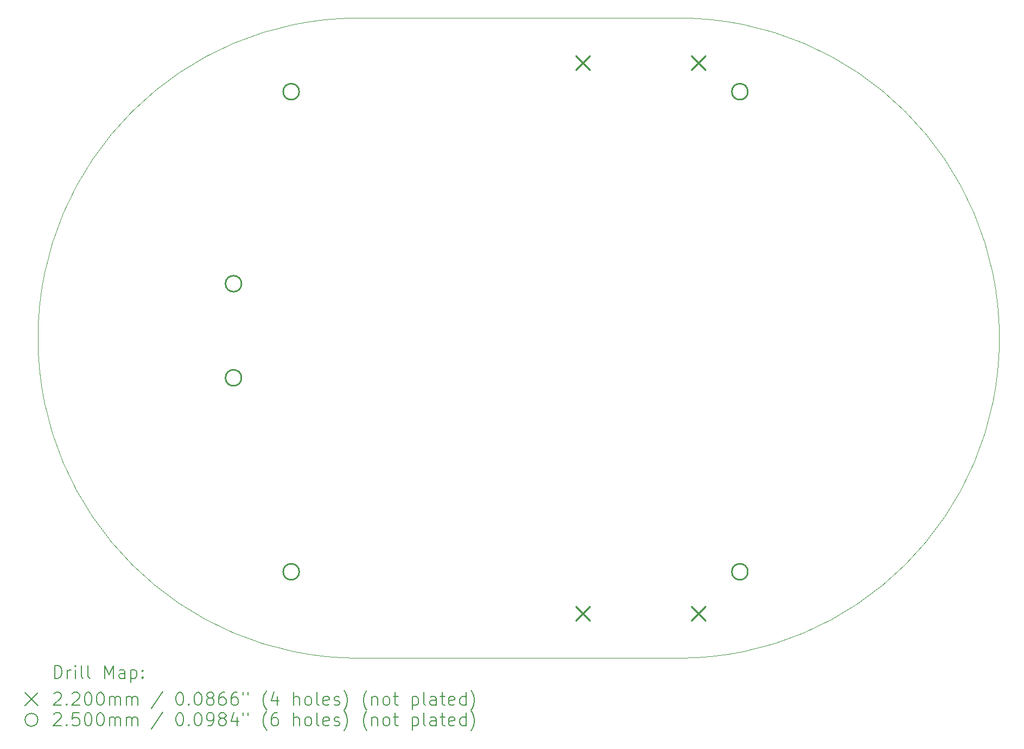
<source format=gbr>
%TF.GenerationSoftware,KiCad,Pcbnew,8.0.1*%
%TF.CreationDate,2024-08-22T21:07:08+03:00*%
%TF.ProjectId,Maze_kiCad,4d617a65-5f6b-4694-9361-642e6b696361,rev?*%
%TF.SameCoordinates,Original*%
%TF.FileFunction,Drillmap*%
%TF.FilePolarity,Positive*%
%FSLAX45Y45*%
G04 Gerber Fmt 4.5, Leading zero omitted, Abs format (unit mm)*
G04 Created by KiCad (PCBNEW 8.0.1) date 2024-08-22 21:07:08*
%MOMM*%
%LPD*%
G01*
G04 APERTURE LIST*
%ADD10C,0.050000*%
%ADD11C,0.200000*%
%ADD12C,0.220000*%
%ADD13C,0.250000*%
G04 APERTURE END LIST*
D10*
X21050000Y-9850000D02*
G75*
G02*
X16050000Y-14850000I-5000000J0D01*
G01*
X6050000Y-9850000D02*
G75*
G02*
X11050000Y-4850000I5000000J0D01*
G01*
X11050000Y-14850000D02*
G75*
G02*
X6050000Y-9850000I0J5000000D01*
G01*
X11050000Y-4850000D02*
X16050000Y-4850000D01*
X11050000Y-14850000D02*
X16050000Y-14850000D01*
X16050000Y-4850000D02*
G75*
G02*
X21050000Y-9850000I0J-5000000D01*
G01*
D11*
D12*
X14440000Y-5440000D02*
X14660000Y-5660000D01*
X14660000Y-5440000D02*
X14440000Y-5660000D01*
X14440000Y-14040000D02*
X14660000Y-14260000D01*
X14660000Y-14040000D02*
X14440000Y-14260000D01*
X16240000Y-5440000D02*
X16460000Y-5660000D01*
X16460000Y-5440000D02*
X16240000Y-5660000D01*
X16240000Y-14040000D02*
X16460000Y-14260000D01*
X16460000Y-14040000D02*
X16240000Y-14260000D01*
D13*
X9225000Y-9000000D02*
G75*
G02*
X8975000Y-9000000I-125000J0D01*
G01*
X8975000Y-9000000D02*
G75*
G02*
X9225000Y-9000000I125000J0D01*
G01*
X9225000Y-10470000D02*
G75*
G02*
X8975000Y-10470000I-125000J0D01*
G01*
X8975000Y-10470000D02*
G75*
G02*
X9225000Y-10470000I125000J0D01*
G01*
X10125000Y-6000000D02*
G75*
G02*
X9875000Y-6000000I-125000J0D01*
G01*
X9875000Y-6000000D02*
G75*
G02*
X10125000Y-6000000I125000J0D01*
G01*
X10125000Y-13500000D02*
G75*
G02*
X9875000Y-13500000I-125000J0D01*
G01*
X9875000Y-13500000D02*
G75*
G02*
X10125000Y-13500000I125000J0D01*
G01*
X17125000Y-6000000D02*
G75*
G02*
X16875000Y-6000000I-125000J0D01*
G01*
X16875000Y-6000000D02*
G75*
G02*
X17125000Y-6000000I125000J0D01*
G01*
X17125000Y-13500000D02*
G75*
G02*
X16875000Y-13500000I-125000J0D01*
G01*
X16875000Y-13500000D02*
G75*
G02*
X17125000Y-13500000I125000J0D01*
G01*
D11*
X6308277Y-15163984D02*
X6308277Y-14963984D01*
X6308277Y-14963984D02*
X6355896Y-14963984D01*
X6355896Y-14963984D02*
X6384467Y-14973508D01*
X6384467Y-14973508D02*
X6403515Y-14992555D01*
X6403515Y-14992555D02*
X6413039Y-15011603D01*
X6413039Y-15011603D02*
X6422562Y-15049698D01*
X6422562Y-15049698D02*
X6422562Y-15078269D01*
X6422562Y-15078269D02*
X6413039Y-15116365D01*
X6413039Y-15116365D02*
X6403515Y-15135412D01*
X6403515Y-15135412D02*
X6384467Y-15154460D01*
X6384467Y-15154460D02*
X6355896Y-15163984D01*
X6355896Y-15163984D02*
X6308277Y-15163984D01*
X6508277Y-15163984D02*
X6508277Y-15030650D01*
X6508277Y-15068746D02*
X6517801Y-15049698D01*
X6517801Y-15049698D02*
X6527324Y-15040174D01*
X6527324Y-15040174D02*
X6546372Y-15030650D01*
X6546372Y-15030650D02*
X6565420Y-15030650D01*
X6632086Y-15163984D02*
X6632086Y-15030650D01*
X6632086Y-14963984D02*
X6622562Y-14973508D01*
X6622562Y-14973508D02*
X6632086Y-14983031D01*
X6632086Y-14983031D02*
X6641610Y-14973508D01*
X6641610Y-14973508D02*
X6632086Y-14963984D01*
X6632086Y-14963984D02*
X6632086Y-14983031D01*
X6755896Y-15163984D02*
X6736848Y-15154460D01*
X6736848Y-15154460D02*
X6727324Y-15135412D01*
X6727324Y-15135412D02*
X6727324Y-14963984D01*
X6860658Y-15163984D02*
X6841610Y-15154460D01*
X6841610Y-15154460D02*
X6832086Y-15135412D01*
X6832086Y-15135412D02*
X6832086Y-14963984D01*
X7089229Y-15163984D02*
X7089229Y-14963984D01*
X7089229Y-14963984D02*
X7155896Y-15106841D01*
X7155896Y-15106841D02*
X7222562Y-14963984D01*
X7222562Y-14963984D02*
X7222562Y-15163984D01*
X7403515Y-15163984D02*
X7403515Y-15059222D01*
X7403515Y-15059222D02*
X7393991Y-15040174D01*
X7393991Y-15040174D02*
X7374943Y-15030650D01*
X7374943Y-15030650D02*
X7336848Y-15030650D01*
X7336848Y-15030650D02*
X7317801Y-15040174D01*
X7403515Y-15154460D02*
X7384467Y-15163984D01*
X7384467Y-15163984D02*
X7336848Y-15163984D01*
X7336848Y-15163984D02*
X7317801Y-15154460D01*
X7317801Y-15154460D02*
X7308277Y-15135412D01*
X7308277Y-15135412D02*
X7308277Y-15116365D01*
X7308277Y-15116365D02*
X7317801Y-15097317D01*
X7317801Y-15097317D02*
X7336848Y-15087793D01*
X7336848Y-15087793D02*
X7384467Y-15087793D01*
X7384467Y-15087793D02*
X7403515Y-15078269D01*
X7498753Y-15030650D02*
X7498753Y-15230650D01*
X7498753Y-15040174D02*
X7517801Y-15030650D01*
X7517801Y-15030650D02*
X7555896Y-15030650D01*
X7555896Y-15030650D02*
X7574943Y-15040174D01*
X7574943Y-15040174D02*
X7584467Y-15049698D01*
X7584467Y-15049698D02*
X7593991Y-15068746D01*
X7593991Y-15068746D02*
X7593991Y-15125888D01*
X7593991Y-15125888D02*
X7584467Y-15144936D01*
X7584467Y-15144936D02*
X7574943Y-15154460D01*
X7574943Y-15154460D02*
X7555896Y-15163984D01*
X7555896Y-15163984D02*
X7517801Y-15163984D01*
X7517801Y-15163984D02*
X7498753Y-15154460D01*
X7679705Y-15144936D02*
X7689229Y-15154460D01*
X7689229Y-15154460D02*
X7679705Y-15163984D01*
X7679705Y-15163984D02*
X7670182Y-15154460D01*
X7670182Y-15154460D02*
X7679705Y-15144936D01*
X7679705Y-15144936D02*
X7679705Y-15163984D01*
X7679705Y-15040174D02*
X7689229Y-15049698D01*
X7689229Y-15049698D02*
X7679705Y-15059222D01*
X7679705Y-15059222D02*
X7670182Y-15049698D01*
X7670182Y-15049698D02*
X7679705Y-15040174D01*
X7679705Y-15040174D02*
X7679705Y-15059222D01*
X5847500Y-15392500D02*
X6047500Y-15592500D01*
X6047500Y-15392500D02*
X5847500Y-15592500D01*
X6298753Y-15403031D02*
X6308277Y-15393508D01*
X6308277Y-15393508D02*
X6327324Y-15383984D01*
X6327324Y-15383984D02*
X6374943Y-15383984D01*
X6374943Y-15383984D02*
X6393991Y-15393508D01*
X6393991Y-15393508D02*
X6403515Y-15403031D01*
X6403515Y-15403031D02*
X6413039Y-15422079D01*
X6413039Y-15422079D02*
X6413039Y-15441127D01*
X6413039Y-15441127D02*
X6403515Y-15469698D01*
X6403515Y-15469698D02*
X6289229Y-15583984D01*
X6289229Y-15583984D02*
X6413039Y-15583984D01*
X6498753Y-15564936D02*
X6508277Y-15574460D01*
X6508277Y-15574460D02*
X6498753Y-15583984D01*
X6498753Y-15583984D02*
X6489229Y-15574460D01*
X6489229Y-15574460D02*
X6498753Y-15564936D01*
X6498753Y-15564936D02*
X6498753Y-15583984D01*
X6584467Y-15403031D02*
X6593991Y-15393508D01*
X6593991Y-15393508D02*
X6613039Y-15383984D01*
X6613039Y-15383984D02*
X6660658Y-15383984D01*
X6660658Y-15383984D02*
X6679705Y-15393508D01*
X6679705Y-15393508D02*
X6689229Y-15403031D01*
X6689229Y-15403031D02*
X6698753Y-15422079D01*
X6698753Y-15422079D02*
X6698753Y-15441127D01*
X6698753Y-15441127D02*
X6689229Y-15469698D01*
X6689229Y-15469698D02*
X6574943Y-15583984D01*
X6574943Y-15583984D02*
X6698753Y-15583984D01*
X6822562Y-15383984D02*
X6841610Y-15383984D01*
X6841610Y-15383984D02*
X6860658Y-15393508D01*
X6860658Y-15393508D02*
X6870182Y-15403031D01*
X6870182Y-15403031D02*
X6879705Y-15422079D01*
X6879705Y-15422079D02*
X6889229Y-15460174D01*
X6889229Y-15460174D02*
X6889229Y-15507793D01*
X6889229Y-15507793D02*
X6879705Y-15545888D01*
X6879705Y-15545888D02*
X6870182Y-15564936D01*
X6870182Y-15564936D02*
X6860658Y-15574460D01*
X6860658Y-15574460D02*
X6841610Y-15583984D01*
X6841610Y-15583984D02*
X6822562Y-15583984D01*
X6822562Y-15583984D02*
X6803515Y-15574460D01*
X6803515Y-15574460D02*
X6793991Y-15564936D01*
X6793991Y-15564936D02*
X6784467Y-15545888D01*
X6784467Y-15545888D02*
X6774943Y-15507793D01*
X6774943Y-15507793D02*
X6774943Y-15460174D01*
X6774943Y-15460174D02*
X6784467Y-15422079D01*
X6784467Y-15422079D02*
X6793991Y-15403031D01*
X6793991Y-15403031D02*
X6803515Y-15393508D01*
X6803515Y-15393508D02*
X6822562Y-15383984D01*
X7013039Y-15383984D02*
X7032086Y-15383984D01*
X7032086Y-15383984D02*
X7051134Y-15393508D01*
X7051134Y-15393508D02*
X7060658Y-15403031D01*
X7060658Y-15403031D02*
X7070182Y-15422079D01*
X7070182Y-15422079D02*
X7079705Y-15460174D01*
X7079705Y-15460174D02*
X7079705Y-15507793D01*
X7079705Y-15507793D02*
X7070182Y-15545888D01*
X7070182Y-15545888D02*
X7060658Y-15564936D01*
X7060658Y-15564936D02*
X7051134Y-15574460D01*
X7051134Y-15574460D02*
X7032086Y-15583984D01*
X7032086Y-15583984D02*
X7013039Y-15583984D01*
X7013039Y-15583984D02*
X6993991Y-15574460D01*
X6993991Y-15574460D02*
X6984467Y-15564936D01*
X6984467Y-15564936D02*
X6974943Y-15545888D01*
X6974943Y-15545888D02*
X6965420Y-15507793D01*
X6965420Y-15507793D02*
X6965420Y-15460174D01*
X6965420Y-15460174D02*
X6974943Y-15422079D01*
X6974943Y-15422079D02*
X6984467Y-15403031D01*
X6984467Y-15403031D02*
X6993991Y-15393508D01*
X6993991Y-15393508D02*
X7013039Y-15383984D01*
X7165420Y-15583984D02*
X7165420Y-15450650D01*
X7165420Y-15469698D02*
X7174943Y-15460174D01*
X7174943Y-15460174D02*
X7193991Y-15450650D01*
X7193991Y-15450650D02*
X7222563Y-15450650D01*
X7222563Y-15450650D02*
X7241610Y-15460174D01*
X7241610Y-15460174D02*
X7251134Y-15479222D01*
X7251134Y-15479222D02*
X7251134Y-15583984D01*
X7251134Y-15479222D02*
X7260658Y-15460174D01*
X7260658Y-15460174D02*
X7279705Y-15450650D01*
X7279705Y-15450650D02*
X7308277Y-15450650D01*
X7308277Y-15450650D02*
X7327324Y-15460174D01*
X7327324Y-15460174D02*
X7336848Y-15479222D01*
X7336848Y-15479222D02*
X7336848Y-15583984D01*
X7432086Y-15583984D02*
X7432086Y-15450650D01*
X7432086Y-15469698D02*
X7441610Y-15460174D01*
X7441610Y-15460174D02*
X7460658Y-15450650D01*
X7460658Y-15450650D02*
X7489229Y-15450650D01*
X7489229Y-15450650D02*
X7508277Y-15460174D01*
X7508277Y-15460174D02*
X7517801Y-15479222D01*
X7517801Y-15479222D02*
X7517801Y-15583984D01*
X7517801Y-15479222D02*
X7527324Y-15460174D01*
X7527324Y-15460174D02*
X7546372Y-15450650D01*
X7546372Y-15450650D02*
X7574943Y-15450650D01*
X7574943Y-15450650D02*
X7593991Y-15460174D01*
X7593991Y-15460174D02*
X7603515Y-15479222D01*
X7603515Y-15479222D02*
X7603515Y-15583984D01*
X7993991Y-15374460D02*
X7822563Y-15631603D01*
X8251134Y-15383984D02*
X8270182Y-15383984D01*
X8270182Y-15383984D02*
X8289229Y-15393508D01*
X8289229Y-15393508D02*
X8298753Y-15403031D01*
X8298753Y-15403031D02*
X8308277Y-15422079D01*
X8308277Y-15422079D02*
X8317801Y-15460174D01*
X8317801Y-15460174D02*
X8317801Y-15507793D01*
X8317801Y-15507793D02*
X8308277Y-15545888D01*
X8308277Y-15545888D02*
X8298753Y-15564936D01*
X8298753Y-15564936D02*
X8289229Y-15574460D01*
X8289229Y-15574460D02*
X8270182Y-15583984D01*
X8270182Y-15583984D02*
X8251134Y-15583984D01*
X8251134Y-15583984D02*
X8232086Y-15574460D01*
X8232086Y-15574460D02*
X8222563Y-15564936D01*
X8222563Y-15564936D02*
X8213039Y-15545888D01*
X8213039Y-15545888D02*
X8203515Y-15507793D01*
X8203515Y-15507793D02*
X8203515Y-15460174D01*
X8203515Y-15460174D02*
X8213039Y-15422079D01*
X8213039Y-15422079D02*
X8222563Y-15403031D01*
X8222563Y-15403031D02*
X8232086Y-15393508D01*
X8232086Y-15393508D02*
X8251134Y-15383984D01*
X8403515Y-15564936D02*
X8413039Y-15574460D01*
X8413039Y-15574460D02*
X8403515Y-15583984D01*
X8403515Y-15583984D02*
X8393991Y-15574460D01*
X8393991Y-15574460D02*
X8403515Y-15564936D01*
X8403515Y-15564936D02*
X8403515Y-15583984D01*
X8536848Y-15383984D02*
X8555896Y-15383984D01*
X8555896Y-15383984D02*
X8574944Y-15393508D01*
X8574944Y-15393508D02*
X8584468Y-15403031D01*
X8584468Y-15403031D02*
X8593991Y-15422079D01*
X8593991Y-15422079D02*
X8603515Y-15460174D01*
X8603515Y-15460174D02*
X8603515Y-15507793D01*
X8603515Y-15507793D02*
X8593991Y-15545888D01*
X8593991Y-15545888D02*
X8584468Y-15564936D01*
X8584468Y-15564936D02*
X8574944Y-15574460D01*
X8574944Y-15574460D02*
X8555896Y-15583984D01*
X8555896Y-15583984D02*
X8536848Y-15583984D01*
X8536848Y-15583984D02*
X8517801Y-15574460D01*
X8517801Y-15574460D02*
X8508277Y-15564936D01*
X8508277Y-15564936D02*
X8498753Y-15545888D01*
X8498753Y-15545888D02*
X8489229Y-15507793D01*
X8489229Y-15507793D02*
X8489229Y-15460174D01*
X8489229Y-15460174D02*
X8498753Y-15422079D01*
X8498753Y-15422079D02*
X8508277Y-15403031D01*
X8508277Y-15403031D02*
X8517801Y-15393508D01*
X8517801Y-15393508D02*
X8536848Y-15383984D01*
X8717801Y-15469698D02*
X8698753Y-15460174D01*
X8698753Y-15460174D02*
X8689229Y-15450650D01*
X8689229Y-15450650D02*
X8679706Y-15431603D01*
X8679706Y-15431603D02*
X8679706Y-15422079D01*
X8679706Y-15422079D02*
X8689229Y-15403031D01*
X8689229Y-15403031D02*
X8698753Y-15393508D01*
X8698753Y-15393508D02*
X8717801Y-15383984D01*
X8717801Y-15383984D02*
X8755896Y-15383984D01*
X8755896Y-15383984D02*
X8774944Y-15393508D01*
X8774944Y-15393508D02*
X8784468Y-15403031D01*
X8784468Y-15403031D02*
X8793991Y-15422079D01*
X8793991Y-15422079D02*
X8793991Y-15431603D01*
X8793991Y-15431603D02*
X8784468Y-15450650D01*
X8784468Y-15450650D02*
X8774944Y-15460174D01*
X8774944Y-15460174D02*
X8755896Y-15469698D01*
X8755896Y-15469698D02*
X8717801Y-15469698D01*
X8717801Y-15469698D02*
X8698753Y-15479222D01*
X8698753Y-15479222D02*
X8689229Y-15488746D01*
X8689229Y-15488746D02*
X8679706Y-15507793D01*
X8679706Y-15507793D02*
X8679706Y-15545888D01*
X8679706Y-15545888D02*
X8689229Y-15564936D01*
X8689229Y-15564936D02*
X8698753Y-15574460D01*
X8698753Y-15574460D02*
X8717801Y-15583984D01*
X8717801Y-15583984D02*
X8755896Y-15583984D01*
X8755896Y-15583984D02*
X8774944Y-15574460D01*
X8774944Y-15574460D02*
X8784468Y-15564936D01*
X8784468Y-15564936D02*
X8793991Y-15545888D01*
X8793991Y-15545888D02*
X8793991Y-15507793D01*
X8793991Y-15507793D02*
X8784468Y-15488746D01*
X8784468Y-15488746D02*
X8774944Y-15479222D01*
X8774944Y-15479222D02*
X8755896Y-15469698D01*
X8965420Y-15383984D02*
X8927325Y-15383984D01*
X8927325Y-15383984D02*
X8908277Y-15393508D01*
X8908277Y-15393508D02*
X8898753Y-15403031D01*
X8898753Y-15403031D02*
X8879706Y-15431603D01*
X8879706Y-15431603D02*
X8870182Y-15469698D01*
X8870182Y-15469698D02*
X8870182Y-15545888D01*
X8870182Y-15545888D02*
X8879706Y-15564936D01*
X8879706Y-15564936D02*
X8889229Y-15574460D01*
X8889229Y-15574460D02*
X8908277Y-15583984D01*
X8908277Y-15583984D02*
X8946372Y-15583984D01*
X8946372Y-15583984D02*
X8965420Y-15574460D01*
X8965420Y-15574460D02*
X8974944Y-15564936D01*
X8974944Y-15564936D02*
X8984468Y-15545888D01*
X8984468Y-15545888D02*
X8984468Y-15498269D01*
X8984468Y-15498269D02*
X8974944Y-15479222D01*
X8974944Y-15479222D02*
X8965420Y-15469698D01*
X8965420Y-15469698D02*
X8946372Y-15460174D01*
X8946372Y-15460174D02*
X8908277Y-15460174D01*
X8908277Y-15460174D02*
X8889229Y-15469698D01*
X8889229Y-15469698D02*
X8879706Y-15479222D01*
X8879706Y-15479222D02*
X8870182Y-15498269D01*
X9155896Y-15383984D02*
X9117801Y-15383984D01*
X9117801Y-15383984D02*
X9098753Y-15393508D01*
X9098753Y-15393508D02*
X9089229Y-15403031D01*
X9089229Y-15403031D02*
X9070182Y-15431603D01*
X9070182Y-15431603D02*
X9060658Y-15469698D01*
X9060658Y-15469698D02*
X9060658Y-15545888D01*
X9060658Y-15545888D02*
X9070182Y-15564936D01*
X9070182Y-15564936D02*
X9079706Y-15574460D01*
X9079706Y-15574460D02*
X9098753Y-15583984D01*
X9098753Y-15583984D02*
X9136849Y-15583984D01*
X9136849Y-15583984D02*
X9155896Y-15574460D01*
X9155896Y-15574460D02*
X9165420Y-15564936D01*
X9165420Y-15564936D02*
X9174944Y-15545888D01*
X9174944Y-15545888D02*
X9174944Y-15498269D01*
X9174944Y-15498269D02*
X9165420Y-15479222D01*
X9165420Y-15479222D02*
X9155896Y-15469698D01*
X9155896Y-15469698D02*
X9136849Y-15460174D01*
X9136849Y-15460174D02*
X9098753Y-15460174D01*
X9098753Y-15460174D02*
X9079706Y-15469698D01*
X9079706Y-15469698D02*
X9070182Y-15479222D01*
X9070182Y-15479222D02*
X9060658Y-15498269D01*
X9251134Y-15383984D02*
X9251134Y-15422079D01*
X9327325Y-15383984D02*
X9327325Y-15422079D01*
X9622563Y-15660174D02*
X9613039Y-15650650D01*
X9613039Y-15650650D02*
X9593991Y-15622079D01*
X9593991Y-15622079D02*
X9584468Y-15603031D01*
X9584468Y-15603031D02*
X9574944Y-15574460D01*
X9574944Y-15574460D02*
X9565420Y-15526841D01*
X9565420Y-15526841D02*
X9565420Y-15488746D01*
X9565420Y-15488746D02*
X9574944Y-15441127D01*
X9574944Y-15441127D02*
X9584468Y-15412555D01*
X9584468Y-15412555D02*
X9593991Y-15393508D01*
X9593991Y-15393508D02*
X9613039Y-15364936D01*
X9613039Y-15364936D02*
X9622563Y-15355412D01*
X9784468Y-15450650D02*
X9784468Y-15583984D01*
X9736849Y-15374460D02*
X9689230Y-15517317D01*
X9689230Y-15517317D02*
X9813039Y-15517317D01*
X10041611Y-15583984D02*
X10041611Y-15383984D01*
X10127325Y-15583984D02*
X10127325Y-15479222D01*
X10127325Y-15479222D02*
X10117801Y-15460174D01*
X10117801Y-15460174D02*
X10098753Y-15450650D01*
X10098753Y-15450650D02*
X10070182Y-15450650D01*
X10070182Y-15450650D02*
X10051134Y-15460174D01*
X10051134Y-15460174D02*
X10041611Y-15469698D01*
X10251134Y-15583984D02*
X10232087Y-15574460D01*
X10232087Y-15574460D02*
X10222563Y-15564936D01*
X10222563Y-15564936D02*
X10213039Y-15545888D01*
X10213039Y-15545888D02*
X10213039Y-15488746D01*
X10213039Y-15488746D02*
X10222563Y-15469698D01*
X10222563Y-15469698D02*
X10232087Y-15460174D01*
X10232087Y-15460174D02*
X10251134Y-15450650D01*
X10251134Y-15450650D02*
X10279706Y-15450650D01*
X10279706Y-15450650D02*
X10298753Y-15460174D01*
X10298753Y-15460174D02*
X10308277Y-15469698D01*
X10308277Y-15469698D02*
X10317801Y-15488746D01*
X10317801Y-15488746D02*
X10317801Y-15545888D01*
X10317801Y-15545888D02*
X10308277Y-15564936D01*
X10308277Y-15564936D02*
X10298753Y-15574460D01*
X10298753Y-15574460D02*
X10279706Y-15583984D01*
X10279706Y-15583984D02*
X10251134Y-15583984D01*
X10432087Y-15583984D02*
X10413039Y-15574460D01*
X10413039Y-15574460D02*
X10403515Y-15555412D01*
X10403515Y-15555412D02*
X10403515Y-15383984D01*
X10584468Y-15574460D02*
X10565420Y-15583984D01*
X10565420Y-15583984D02*
X10527325Y-15583984D01*
X10527325Y-15583984D02*
X10508277Y-15574460D01*
X10508277Y-15574460D02*
X10498753Y-15555412D01*
X10498753Y-15555412D02*
X10498753Y-15479222D01*
X10498753Y-15479222D02*
X10508277Y-15460174D01*
X10508277Y-15460174D02*
X10527325Y-15450650D01*
X10527325Y-15450650D02*
X10565420Y-15450650D01*
X10565420Y-15450650D02*
X10584468Y-15460174D01*
X10584468Y-15460174D02*
X10593992Y-15479222D01*
X10593992Y-15479222D02*
X10593992Y-15498269D01*
X10593992Y-15498269D02*
X10498753Y-15517317D01*
X10670182Y-15574460D02*
X10689230Y-15583984D01*
X10689230Y-15583984D02*
X10727325Y-15583984D01*
X10727325Y-15583984D02*
X10746373Y-15574460D01*
X10746373Y-15574460D02*
X10755896Y-15555412D01*
X10755896Y-15555412D02*
X10755896Y-15545888D01*
X10755896Y-15545888D02*
X10746373Y-15526841D01*
X10746373Y-15526841D02*
X10727325Y-15517317D01*
X10727325Y-15517317D02*
X10698753Y-15517317D01*
X10698753Y-15517317D02*
X10679706Y-15507793D01*
X10679706Y-15507793D02*
X10670182Y-15488746D01*
X10670182Y-15488746D02*
X10670182Y-15479222D01*
X10670182Y-15479222D02*
X10679706Y-15460174D01*
X10679706Y-15460174D02*
X10698753Y-15450650D01*
X10698753Y-15450650D02*
X10727325Y-15450650D01*
X10727325Y-15450650D02*
X10746373Y-15460174D01*
X10822563Y-15660174D02*
X10832087Y-15650650D01*
X10832087Y-15650650D02*
X10851134Y-15622079D01*
X10851134Y-15622079D02*
X10860658Y-15603031D01*
X10860658Y-15603031D02*
X10870182Y-15574460D01*
X10870182Y-15574460D02*
X10879706Y-15526841D01*
X10879706Y-15526841D02*
X10879706Y-15488746D01*
X10879706Y-15488746D02*
X10870182Y-15441127D01*
X10870182Y-15441127D02*
X10860658Y-15412555D01*
X10860658Y-15412555D02*
X10851134Y-15393508D01*
X10851134Y-15393508D02*
X10832087Y-15364936D01*
X10832087Y-15364936D02*
X10822563Y-15355412D01*
X11184468Y-15660174D02*
X11174944Y-15650650D01*
X11174944Y-15650650D02*
X11155896Y-15622079D01*
X11155896Y-15622079D02*
X11146373Y-15603031D01*
X11146373Y-15603031D02*
X11136849Y-15574460D01*
X11136849Y-15574460D02*
X11127325Y-15526841D01*
X11127325Y-15526841D02*
X11127325Y-15488746D01*
X11127325Y-15488746D02*
X11136849Y-15441127D01*
X11136849Y-15441127D02*
X11146373Y-15412555D01*
X11146373Y-15412555D02*
X11155896Y-15393508D01*
X11155896Y-15393508D02*
X11174944Y-15364936D01*
X11174944Y-15364936D02*
X11184468Y-15355412D01*
X11260658Y-15450650D02*
X11260658Y-15583984D01*
X11260658Y-15469698D02*
X11270182Y-15460174D01*
X11270182Y-15460174D02*
X11289230Y-15450650D01*
X11289230Y-15450650D02*
X11317801Y-15450650D01*
X11317801Y-15450650D02*
X11336849Y-15460174D01*
X11336849Y-15460174D02*
X11346372Y-15479222D01*
X11346372Y-15479222D02*
X11346372Y-15583984D01*
X11470182Y-15583984D02*
X11451134Y-15574460D01*
X11451134Y-15574460D02*
X11441611Y-15564936D01*
X11441611Y-15564936D02*
X11432087Y-15545888D01*
X11432087Y-15545888D02*
X11432087Y-15488746D01*
X11432087Y-15488746D02*
X11441611Y-15469698D01*
X11441611Y-15469698D02*
X11451134Y-15460174D01*
X11451134Y-15460174D02*
X11470182Y-15450650D01*
X11470182Y-15450650D02*
X11498753Y-15450650D01*
X11498753Y-15450650D02*
X11517801Y-15460174D01*
X11517801Y-15460174D02*
X11527325Y-15469698D01*
X11527325Y-15469698D02*
X11536849Y-15488746D01*
X11536849Y-15488746D02*
X11536849Y-15545888D01*
X11536849Y-15545888D02*
X11527325Y-15564936D01*
X11527325Y-15564936D02*
X11517801Y-15574460D01*
X11517801Y-15574460D02*
X11498753Y-15583984D01*
X11498753Y-15583984D02*
X11470182Y-15583984D01*
X11593992Y-15450650D02*
X11670182Y-15450650D01*
X11622563Y-15383984D02*
X11622563Y-15555412D01*
X11622563Y-15555412D02*
X11632087Y-15574460D01*
X11632087Y-15574460D02*
X11651134Y-15583984D01*
X11651134Y-15583984D02*
X11670182Y-15583984D01*
X11889230Y-15450650D02*
X11889230Y-15650650D01*
X11889230Y-15460174D02*
X11908277Y-15450650D01*
X11908277Y-15450650D02*
X11946373Y-15450650D01*
X11946373Y-15450650D02*
X11965420Y-15460174D01*
X11965420Y-15460174D02*
X11974944Y-15469698D01*
X11974944Y-15469698D02*
X11984468Y-15488746D01*
X11984468Y-15488746D02*
X11984468Y-15545888D01*
X11984468Y-15545888D02*
X11974944Y-15564936D01*
X11974944Y-15564936D02*
X11965420Y-15574460D01*
X11965420Y-15574460D02*
X11946373Y-15583984D01*
X11946373Y-15583984D02*
X11908277Y-15583984D01*
X11908277Y-15583984D02*
X11889230Y-15574460D01*
X12098753Y-15583984D02*
X12079706Y-15574460D01*
X12079706Y-15574460D02*
X12070182Y-15555412D01*
X12070182Y-15555412D02*
X12070182Y-15383984D01*
X12260658Y-15583984D02*
X12260658Y-15479222D01*
X12260658Y-15479222D02*
X12251134Y-15460174D01*
X12251134Y-15460174D02*
X12232087Y-15450650D01*
X12232087Y-15450650D02*
X12193992Y-15450650D01*
X12193992Y-15450650D02*
X12174944Y-15460174D01*
X12260658Y-15574460D02*
X12241611Y-15583984D01*
X12241611Y-15583984D02*
X12193992Y-15583984D01*
X12193992Y-15583984D02*
X12174944Y-15574460D01*
X12174944Y-15574460D02*
X12165420Y-15555412D01*
X12165420Y-15555412D02*
X12165420Y-15536365D01*
X12165420Y-15536365D02*
X12174944Y-15517317D01*
X12174944Y-15517317D02*
X12193992Y-15507793D01*
X12193992Y-15507793D02*
X12241611Y-15507793D01*
X12241611Y-15507793D02*
X12260658Y-15498269D01*
X12327325Y-15450650D02*
X12403515Y-15450650D01*
X12355896Y-15383984D02*
X12355896Y-15555412D01*
X12355896Y-15555412D02*
X12365420Y-15574460D01*
X12365420Y-15574460D02*
X12384468Y-15583984D01*
X12384468Y-15583984D02*
X12403515Y-15583984D01*
X12546373Y-15574460D02*
X12527325Y-15583984D01*
X12527325Y-15583984D02*
X12489230Y-15583984D01*
X12489230Y-15583984D02*
X12470182Y-15574460D01*
X12470182Y-15574460D02*
X12460658Y-15555412D01*
X12460658Y-15555412D02*
X12460658Y-15479222D01*
X12460658Y-15479222D02*
X12470182Y-15460174D01*
X12470182Y-15460174D02*
X12489230Y-15450650D01*
X12489230Y-15450650D02*
X12527325Y-15450650D01*
X12527325Y-15450650D02*
X12546373Y-15460174D01*
X12546373Y-15460174D02*
X12555896Y-15479222D01*
X12555896Y-15479222D02*
X12555896Y-15498269D01*
X12555896Y-15498269D02*
X12460658Y-15517317D01*
X12727325Y-15583984D02*
X12727325Y-15383984D01*
X12727325Y-15574460D02*
X12708277Y-15583984D01*
X12708277Y-15583984D02*
X12670182Y-15583984D01*
X12670182Y-15583984D02*
X12651134Y-15574460D01*
X12651134Y-15574460D02*
X12641611Y-15564936D01*
X12641611Y-15564936D02*
X12632087Y-15545888D01*
X12632087Y-15545888D02*
X12632087Y-15488746D01*
X12632087Y-15488746D02*
X12641611Y-15469698D01*
X12641611Y-15469698D02*
X12651134Y-15460174D01*
X12651134Y-15460174D02*
X12670182Y-15450650D01*
X12670182Y-15450650D02*
X12708277Y-15450650D01*
X12708277Y-15450650D02*
X12727325Y-15460174D01*
X12803515Y-15660174D02*
X12813039Y-15650650D01*
X12813039Y-15650650D02*
X12832087Y-15622079D01*
X12832087Y-15622079D02*
X12841611Y-15603031D01*
X12841611Y-15603031D02*
X12851134Y-15574460D01*
X12851134Y-15574460D02*
X12860658Y-15526841D01*
X12860658Y-15526841D02*
X12860658Y-15488746D01*
X12860658Y-15488746D02*
X12851134Y-15441127D01*
X12851134Y-15441127D02*
X12841611Y-15412555D01*
X12841611Y-15412555D02*
X12832087Y-15393508D01*
X12832087Y-15393508D02*
X12813039Y-15364936D01*
X12813039Y-15364936D02*
X12803515Y-15355412D01*
X6047500Y-15812500D02*
G75*
G02*
X5847500Y-15812500I-100000J0D01*
G01*
X5847500Y-15812500D02*
G75*
G02*
X6047500Y-15812500I100000J0D01*
G01*
X6298753Y-15723031D02*
X6308277Y-15713508D01*
X6308277Y-15713508D02*
X6327324Y-15703984D01*
X6327324Y-15703984D02*
X6374943Y-15703984D01*
X6374943Y-15703984D02*
X6393991Y-15713508D01*
X6393991Y-15713508D02*
X6403515Y-15723031D01*
X6403515Y-15723031D02*
X6413039Y-15742079D01*
X6413039Y-15742079D02*
X6413039Y-15761127D01*
X6413039Y-15761127D02*
X6403515Y-15789698D01*
X6403515Y-15789698D02*
X6289229Y-15903984D01*
X6289229Y-15903984D02*
X6413039Y-15903984D01*
X6498753Y-15884936D02*
X6508277Y-15894460D01*
X6508277Y-15894460D02*
X6498753Y-15903984D01*
X6498753Y-15903984D02*
X6489229Y-15894460D01*
X6489229Y-15894460D02*
X6498753Y-15884936D01*
X6498753Y-15884936D02*
X6498753Y-15903984D01*
X6689229Y-15703984D02*
X6593991Y-15703984D01*
X6593991Y-15703984D02*
X6584467Y-15799222D01*
X6584467Y-15799222D02*
X6593991Y-15789698D01*
X6593991Y-15789698D02*
X6613039Y-15780174D01*
X6613039Y-15780174D02*
X6660658Y-15780174D01*
X6660658Y-15780174D02*
X6679705Y-15789698D01*
X6679705Y-15789698D02*
X6689229Y-15799222D01*
X6689229Y-15799222D02*
X6698753Y-15818269D01*
X6698753Y-15818269D02*
X6698753Y-15865888D01*
X6698753Y-15865888D02*
X6689229Y-15884936D01*
X6689229Y-15884936D02*
X6679705Y-15894460D01*
X6679705Y-15894460D02*
X6660658Y-15903984D01*
X6660658Y-15903984D02*
X6613039Y-15903984D01*
X6613039Y-15903984D02*
X6593991Y-15894460D01*
X6593991Y-15894460D02*
X6584467Y-15884936D01*
X6822562Y-15703984D02*
X6841610Y-15703984D01*
X6841610Y-15703984D02*
X6860658Y-15713508D01*
X6860658Y-15713508D02*
X6870182Y-15723031D01*
X6870182Y-15723031D02*
X6879705Y-15742079D01*
X6879705Y-15742079D02*
X6889229Y-15780174D01*
X6889229Y-15780174D02*
X6889229Y-15827793D01*
X6889229Y-15827793D02*
X6879705Y-15865888D01*
X6879705Y-15865888D02*
X6870182Y-15884936D01*
X6870182Y-15884936D02*
X6860658Y-15894460D01*
X6860658Y-15894460D02*
X6841610Y-15903984D01*
X6841610Y-15903984D02*
X6822562Y-15903984D01*
X6822562Y-15903984D02*
X6803515Y-15894460D01*
X6803515Y-15894460D02*
X6793991Y-15884936D01*
X6793991Y-15884936D02*
X6784467Y-15865888D01*
X6784467Y-15865888D02*
X6774943Y-15827793D01*
X6774943Y-15827793D02*
X6774943Y-15780174D01*
X6774943Y-15780174D02*
X6784467Y-15742079D01*
X6784467Y-15742079D02*
X6793991Y-15723031D01*
X6793991Y-15723031D02*
X6803515Y-15713508D01*
X6803515Y-15713508D02*
X6822562Y-15703984D01*
X7013039Y-15703984D02*
X7032086Y-15703984D01*
X7032086Y-15703984D02*
X7051134Y-15713508D01*
X7051134Y-15713508D02*
X7060658Y-15723031D01*
X7060658Y-15723031D02*
X7070182Y-15742079D01*
X7070182Y-15742079D02*
X7079705Y-15780174D01*
X7079705Y-15780174D02*
X7079705Y-15827793D01*
X7079705Y-15827793D02*
X7070182Y-15865888D01*
X7070182Y-15865888D02*
X7060658Y-15884936D01*
X7060658Y-15884936D02*
X7051134Y-15894460D01*
X7051134Y-15894460D02*
X7032086Y-15903984D01*
X7032086Y-15903984D02*
X7013039Y-15903984D01*
X7013039Y-15903984D02*
X6993991Y-15894460D01*
X6993991Y-15894460D02*
X6984467Y-15884936D01*
X6984467Y-15884936D02*
X6974943Y-15865888D01*
X6974943Y-15865888D02*
X6965420Y-15827793D01*
X6965420Y-15827793D02*
X6965420Y-15780174D01*
X6965420Y-15780174D02*
X6974943Y-15742079D01*
X6974943Y-15742079D02*
X6984467Y-15723031D01*
X6984467Y-15723031D02*
X6993991Y-15713508D01*
X6993991Y-15713508D02*
X7013039Y-15703984D01*
X7165420Y-15903984D02*
X7165420Y-15770650D01*
X7165420Y-15789698D02*
X7174943Y-15780174D01*
X7174943Y-15780174D02*
X7193991Y-15770650D01*
X7193991Y-15770650D02*
X7222563Y-15770650D01*
X7222563Y-15770650D02*
X7241610Y-15780174D01*
X7241610Y-15780174D02*
X7251134Y-15799222D01*
X7251134Y-15799222D02*
X7251134Y-15903984D01*
X7251134Y-15799222D02*
X7260658Y-15780174D01*
X7260658Y-15780174D02*
X7279705Y-15770650D01*
X7279705Y-15770650D02*
X7308277Y-15770650D01*
X7308277Y-15770650D02*
X7327324Y-15780174D01*
X7327324Y-15780174D02*
X7336848Y-15799222D01*
X7336848Y-15799222D02*
X7336848Y-15903984D01*
X7432086Y-15903984D02*
X7432086Y-15770650D01*
X7432086Y-15789698D02*
X7441610Y-15780174D01*
X7441610Y-15780174D02*
X7460658Y-15770650D01*
X7460658Y-15770650D02*
X7489229Y-15770650D01*
X7489229Y-15770650D02*
X7508277Y-15780174D01*
X7508277Y-15780174D02*
X7517801Y-15799222D01*
X7517801Y-15799222D02*
X7517801Y-15903984D01*
X7517801Y-15799222D02*
X7527324Y-15780174D01*
X7527324Y-15780174D02*
X7546372Y-15770650D01*
X7546372Y-15770650D02*
X7574943Y-15770650D01*
X7574943Y-15770650D02*
X7593991Y-15780174D01*
X7593991Y-15780174D02*
X7603515Y-15799222D01*
X7603515Y-15799222D02*
X7603515Y-15903984D01*
X7993991Y-15694460D02*
X7822563Y-15951603D01*
X8251134Y-15703984D02*
X8270182Y-15703984D01*
X8270182Y-15703984D02*
X8289229Y-15713508D01*
X8289229Y-15713508D02*
X8298753Y-15723031D01*
X8298753Y-15723031D02*
X8308277Y-15742079D01*
X8308277Y-15742079D02*
X8317801Y-15780174D01*
X8317801Y-15780174D02*
X8317801Y-15827793D01*
X8317801Y-15827793D02*
X8308277Y-15865888D01*
X8308277Y-15865888D02*
X8298753Y-15884936D01*
X8298753Y-15884936D02*
X8289229Y-15894460D01*
X8289229Y-15894460D02*
X8270182Y-15903984D01*
X8270182Y-15903984D02*
X8251134Y-15903984D01*
X8251134Y-15903984D02*
X8232086Y-15894460D01*
X8232086Y-15894460D02*
X8222563Y-15884936D01*
X8222563Y-15884936D02*
X8213039Y-15865888D01*
X8213039Y-15865888D02*
X8203515Y-15827793D01*
X8203515Y-15827793D02*
X8203515Y-15780174D01*
X8203515Y-15780174D02*
X8213039Y-15742079D01*
X8213039Y-15742079D02*
X8222563Y-15723031D01*
X8222563Y-15723031D02*
X8232086Y-15713508D01*
X8232086Y-15713508D02*
X8251134Y-15703984D01*
X8403515Y-15884936D02*
X8413039Y-15894460D01*
X8413039Y-15894460D02*
X8403515Y-15903984D01*
X8403515Y-15903984D02*
X8393991Y-15894460D01*
X8393991Y-15894460D02*
X8403515Y-15884936D01*
X8403515Y-15884936D02*
X8403515Y-15903984D01*
X8536848Y-15703984D02*
X8555896Y-15703984D01*
X8555896Y-15703984D02*
X8574944Y-15713508D01*
X8574944Y-15713508D02*
X8584468Y-15723031D01*
X8584468Y-15723031D02*
X8593991Y-15742079D01*
X8593991Y-15742079D02*
X8603515Y-15780174D01*
X8603515Y-15780174D02*
X8603515Y-15827793D01*
X8603515Y-15827793D02*
X8593991Y-15865888D01*
X8593991Y-15865888D02*
X8584468Y-15884936D01*
X8584468Y-15884936D02*
X8574944Y-15894460D01*
X8574944Y-15894460D02*
X8555896Y-15903984D01*
X8555896Y-15903984D02*
X8536848Y-15903984D01*
X8536848Y-15903984D02*
X8517801Y-15894460D01*
X8517801Y-15894460D02*
X8508277Y-15884936D01*
X8508277Y-15884936D02*
X8498753Y-15865888D01*
X8498753Y-15865888D02*
X8489229Y-15827793D01*
X8489229Y-15827793D02*
X8489229Y-15780174D01*
X8489229Y-15780174D02*
X8498753Y-15742079D01*
X8498753Y-15742079D02*
X8508277Y-15723031D01*
X8508277Y-15723031D02*
X8517801Y-15713508D01*
X8517801Y-15713508D02*
X8536848Y-15703984D01*
X8698753Y-15903984D02*
X8736848Y-15903984D01*
X8736848Y-15903984D02*
X8755896Y-15894460D01*
X8755896Y-15894460D02*
X8765420Y-15884936D01*
X8765420Y-15884936D02*
X8784468Y-15856365D01*
X8784468Y-15856365D02*
X8793991Y-15818269D01*
X8793991Y-15818269D02*
X8793991Y-15742079D01*
X8793991Y-15742079D02*
X8784468Y-15723031D01*
X8784468Y-15723031D02*
X8774944Y-15713508D01*
X8774944Y-15713508D02*
X8755896Y-15703984D01*
X8755896Y-15703984D02*
X8717801Y-15703984D01*
X8717801Y-15703984D02*
X8698753Y-15713508D01*
X8698753Y-15713508D02*
X8689229Y-15723031D01*
X8689229Y-15723031D02*
X8679706Y-15742079D01*
X8679706Y-15742079D02*
X8679706Y-15789698D01*
X8679706Y-15789698D02*
X8689229Y-15808746D01*
X8689229Y-15808746D02*
X8698753Y-15818269D01*
X8698753Y-15818269D02*
X8717801Y-15827793D01*
X8717801Y-15827793D02*
X8755896Y-15827793D01*
X8755896Y-15827793D02*
X8774944Y-15818269D01*
X8774944Y-15818269D02*
X8784468Y-15808746D01*
X8784468Y-15808746D02*
X8793991Y-15789698D01*
X8908277Y-15789698D02*
X8889229Y-15780174D01*
X8889229Y-15780174D02*
X8879706Y-15770650D01*
X8879706Y-15770650D02*
X8870182Y-15751603D01*
X8870182Y-15751603D02*
X8870182Y-15742079D01*
X8870182Y-15742079D02*
X8879706Y-15723031D01*
X8879706Y-15723031D02*
X8889229Y-15713508D01*
X8889229Y-15713508D02*
X8908277Y-15703984D01*
X8908277Y-15703984D02*
X8946372Y-15703984D01*
X8946372Y-15703984D02*
X8965420Y-15713508D01*
X8965420Y-15713508D02*
X8974944Y-15723031D01*
X8974944Y-15723031D02*
X8984468Y-15742079D01*
X8984468Y-15742079D02*
X8984468Y-15751603D01*
X8984468Y-15751603D02*
X8974944Y-15770650D01*
X8974944Y-15770650D02*
X8965420Y-15780174D01*
X8965420Y-15780174D02*
X8946372Y-15789698D01*
X8946372Y-15789698D02*
X8908277Y-15789698D01*
X8908277Y-15789698D02*
X8889229Y-15799222D01*
X8889229Y-15799222D02*
X8879706Y-15808746D01*
X8879706Y-15808746D02*
X8870182Y-15827793D01*
X8870182Y-15827793D02*
X8870182Y-15865888D01*
X8870182Y-15865888D02*
X8879706Y-15884936D01*
X8879706Y-15884936D02*
X8889229Y-15894460D01*
X8889229Y-15894460D02*
X8908277Y-15903984D01*
X8908277Y-15903984D02*
X8946372Y-15903984D01*
X8946372Y-15903984D02*
X8965420Y-15894460D01*
X8965420Y-15894460D02*
X8974944Y-15884936D01*
X8974944Y-15884936D02*
X8984468Y-15865888D01*
X8984468Y-15865888D02*
X8984468Y-15827793D01*
X8984468Y-15827793D02*
X8974944Y-15808746D01*
X8974944Y-15808746D02*
X8965420Y-15799222D01*
X8965420Y-15799222D02*
X8946372Y-15789698D01*
X9155896Y-15770650D02*
X9155896Y-15903984D01*
X9108277Y-15694460D02*
X9060658Y-15837317D01*
X9060658Y-15837317D02*
X9184468Y-15837317D01*
X9251134Y-15703984D02*
X9251134Y-15742079D01*
X9327325Y-15703984D02*
X9327325Y-15742079D01*
X9622563Y-15980174D02*
X9613039Y-15970650D01*
X9613039Y-15970650D02*
X9593991Y-15942079D01*
X9593991Y-15942079D02*
X9584468Y-15923031D01*
X9584468Y-15923031D02*
X9574944Y-15894460D01*
X9574944Y-15894460D02*
X9565420Y-15846841D01*
X9565420Y-15846841D02*
X9565420Y-15808746D01*
X9565420Y-15808746D02*
X9574944Y-15761127D01*
X9574944Y-15761127D02*
X9584468Y-15732555D01*
X9584468Y-15732555D02*
X9593991Y-15713508D01*
X9593991Y-15713508D02*
X9613039Y-15684936D01*
X9613039Y-15684936D02*
X9622563Y-15675412D01*
X9784468Y-15703984D02*
X9746372Y-15703984D01*
X9746372Y-15703984D02*
X9727325Y-15713508D01*
X9727325Y-15713508D02*
X9717801Y-15723031D01*
X9717801Y-15723031D02*
X9698753Y-15751603D01*
X9698753Y-15751603D02*
X9689230Y-15789698D01*
X9689230Y-15789698D02*
X9689230Y-15865888D01*
X9689230Y-15865888D02*
X9698753Y-15884936D01*
X9698753Y-15884936D02*
X9708277Y-15894460D01*
X9708277Y-15894460D02*
X9727325Y-15903984D01*
X9727325Y-15903984D02*
X9765420Y-15903984D01*
X9765420Y-15903984D02*
X9784468Y-15894460D01*
X9784468Y-15894460D02*
X9793991Y-15884936D01*
X9793991Y-15884936D02*
X9803515Y-15865888D01*
X9803515Y-15865888D02*
X9803515Y-15818269D01*
X9803515Y-15818269D02*
X9793991Y-15799222D01*
X9793991Y-15799222D02*
X9784468Y-15789698D01*
X9784468Y-15789698D02*
X9765420Y-15780174D01*
X9765420Y-15780174D02*
X9727325Y-15780174D01*
X9727325Y-15780174D02*
X9708277Y-15789698D01*
X9708277Y-15789698D02*
X9698753Y-15799222D01*
X9698753Y-15799222D02*
X9689230Y-15818269D01*
X10041611Y-15903984D02*
X10041611Y-15703984D01*
X10127325Y-15903984D02*
X10127325Y-15799222D01*
X10127325Y-15799222D02*
X10117801Y-15780174D01*
X10117801Y-15780174D02*
X10098753Y-15770650D01*
X10098753Y-15770650D02*
X10070182Y-15770650D01*
X10070182Y-15770650D02*
X10051134Y-15780174D01*
X10051134Y-15780174D02*
X10041611Y-15789698D01*
X10251134Y-15903984D02*
X10232087Y-15894460D01*
X10232087Y-15894460D02*
X10222563Y-15884936D01*
X10222563Y-15884936D02*
X10213039Y-15865888D01*
X10213039Y-15865888D02*
X10213039Y-15808746D01*
X10213039Y-15808746D02*
X10222563Y-15789698D01*
X10222563Y-15789698D02*
X10232087Y-15780174D01*
X10232087Y-15780174D02*
X10251134Y-15770650D01*
X10251134Y-15770650D02*
X10279706Y-15770650D01*
X10279706Y-15770650D02*
X10298753Y-15780174D01*
X10298753Y-15780174D02*
X10308277Y-15789698D01*
X10308277Y-15789698D02*
X10317801Y-15808746D01*
X10317801Y-15808746D02*
X10317801Y-15865888D01*
X10317801Y-15865888D02*
X10308277Y-15884936D01*
X10308277Y-15884936D02*
X10298753Y-15894460D01*
X10298753Y-15894460D02*
X10279706Y-15903984D01*
X10279706Y-15903984D02*
X10251134Y-15903984D01*
X10432087Y-15903984D02*
X10413039Y-15894460D01*
X10413039Y-15894460D02*
X10403515Y-15875412D01*
X10403515Y-15875412D02*
X10403515Y-15703984D01*
X10584468Y-15894460D02*
X10565420Y-15903984D01*
X10565420Y-15903984D02*
X10527325Y-15903984D01*
X10527325Y-15903984D02*
X10508277Y-15894460D01*
X10508277Y-15894460D02*
X10498753Y-15875412D01*
X10498753Y-15875412D02*
X10498753Y-15799222D01*
X10498753Y-15799222D02*
X10508277Y-15780174D01*
X10508277Y-15780174D02*
X10527325Y-15770650D01*
X10527325Y-15770650D02*
X10565420Y-15770650D01*
X10565420Y-15770650D02*
X10584468Y-15780174D01*
X10584468Y-15780174D02*
X10593992Y-15799222D01*
X10593992Y-15799222D02*
X10593992Y-15818269D01*
X10593992Y-15818269D02*
X10498753Y-15837317D01*
X10670182Y-15894460D02*
X10689230Y-15903984D01*
X10689230Y-15903984D02*
X10727325Y-15903984D01*
X10727325Y-15903984D02*
X10746373Y-15894460D01*
X10746373Y-15894460D02*
X10755896Y-15875412D01*
X10755896Y-15875412D02*
X10755896Y-15865888D01*
X10755896Y-15865888D02*
X10746373Y-15846841D01*
X10746373Y-15846841D02*
X10727325Y-15837317D01*
X10727325Y-15837317D02*
X10698753Y-15837317D01*
X10698753Y-15837317D02*
X10679706Y-15827793D01*
X10679706Y-15827793D02*
X10670182Y-15808746D01*
X10670182Y-15808746D02*
X10670182Y-15799222D01*
X10670182Y-15799222D02*
X10679706Y-15780174D01*
X10679706Y-15780174D02*
X10698753Y-15770650D01*
X10698753Y-15770650D02*
X10727325Y-15770650D01*
X10727325Y-15770650D02*
X10746373Y-15780174D01*
X10822563Y-15980174D02*
X10832087Y-15970650D01*
X10832087Y-15970650D02*
X10851134Y-15942079D01*
X10851134Y-15942079D02*
X10860658Y-15923031D01*
X10860658Y-15923031D02*
X10870182Y-15894460D01*
X10870182Y-15894460D02*
X10879706Y-15846841D01*
X10879706Y-15846841D02*
X10879706Y-15808746D01*
X10879706Y-15808746D02*
X10870182Y-15761127D01*
X10870182Y-15761127D02*
X10860658Y-15732555D01*
X10860658Y-15732555D02*
X10851134Y-15713508D01*
X10851134Y-15713508D02*
X10832087Y-15684936D01*
X10832087Y-15684936D02*
X10822563Y-15675412D01*
X11184468Y-15980174D02*
X11174944Y-15970650D01*
X11174944Y-15970650D02*
X11155896Y-15942079D01*
X11155896Y-15942079D02*
X11146373Y-15923031D01*
X11146373Y-15923031D02*
X11136849Y-15894460D01*
X11136849Y-15894460D02*
X11127325Y-15846841D01*
X11127325Y-15846841D02*
X11127325Y-15808746D01*
X11127325Y-15808746D02*
X11136849Y-15761127D01*
X11136849Y-15761127D02*
X11146373Y-15732555D01*
X11146373Y-15732555D02*
X11155896Y-15713508D01*
X11155896Y-15713508D02*
X11174944Y-15684936D01*
X11174944Y-15684936D02*
X11184468Y-15675412D01*
X11260658Y-15770650D02*
X11260658Y-15903984D01*
X11260658Y-15789698D02*
X11270182Y-15780174D01*
X11270182Y-15780174D02*
X11289230Y-15770650D01*
X11289230Y-15770650D02*
X11317801Y-15770650D01*
X11317801Y-15770650D02*
X11336849Y-15780174D01*
X11336849Y-15780174D02*
X11346372Y-15799222D01*
X11346372Y-15799222D02*
X11346372Y-15903984D01*
X11470182Y-15903984D02*
X11451134Y-15894460D01*
X11451134Y-15894460D02*
X11441611Y-15884936D01*
X11441611Y-15884936D02*
X11432087Y-15865888D01*
X11432087Y-15865888D02*
X11432087Y-15808746D01*
X11432087Y-15808746D02*
X11441611Y-15789698D01*
X11441611Y-15789698D02*
X11451134Y-15780174D01*
X11451134Y-15780174D02*
X11470182Y-15770650D01*
X11470182Y-15770650D02*
X11498753Y-15770650D01*
X11498753Y-15770650D02*
X11517801Y-15780174D01*
X11517801Y-15780174D02*
X11527325Y-15789698D01*
X11527325Y-15789698D02*
X11536849Y-15808746D01*
X11536849Y-15808746D02*
X11536849Y-15865888D01*
X11536849Y-15865888D02*
X11527325Y-15884936D01*
X11527325Y-15884936D02*
X11517801Y-15894460D01*
X11517801Y-15894460D02*
X11498753Y-15903984D01*
X11498753Y-15903984D02*
X11470182Y-15903984D01*
X11593992Y-15770650D02*
X11670182Y-15770650D01*
X11622563Y-15703984D02*
X11622563Y-15875412D01*
X11622563Y-15875412D02*
X11632087Y-15894460D01*
X11632087Y-15894460D02*
X11651134Y-15903984D01*
X11651134Y-15903984D02*
X11670182Y-15903984D01*
X11889230Y-15770650D02*
X11889230Y-15970650D01*
X11889230Y-15780174D02*
X11908277Y-15770650D01*
X11908277Y-15770650D02*
X11946373Y-15770650D01*
X11946373Y-15770650D02*
X11965420Y-15780174D01*
X11965420Y-15780174D02*
X11974944Y-15789698D01*
X11974944Y-15789698D02*
X11984468Y-15808746D01*
X11984468Y-15808746D02*
X11984468Y-15865888D01*
X11984468Y-15865888D02*
X11974944Y-15884936D01*
X11974944Y-15884936D02*
X11965420Y-15894460D01*
X11965420Y-15894460D02*
X11946373Y-15903984D01*
X11946373Y-15903984D02*
X11908277Y-15903984D01*
X11908277Y-15903984D02*
X11889230Y-15894460D01*
X12098753Y-15903984D02*
X12079706Y-15894460D01*
X12079706Y-15894460D02*
X12070182Y-15875412D01*
X12070182Y-15875412D02*
X12070182Y-15703984D01*
X12260658Y-15903984D02*
X12260658Y-15799222D01*
X12260658Y-15799222D02*
X12251134Y-15780174D01*
X12251134Y-15780174D02*
X12232087Y-15770650D01*
X12232087Y-15770650D02*
X12193992Y-15770650D01*
X12193992Y-15770650D02*
X12174944Y-15780174D01*
X12260658Y-15894460D02*
X12241611Y-15903984D01*
X12241611Y-15903984D02*
X12193992Y-15903984D01*
X12193992Y-15903984D02*
X12174944Y-15894460D01*
X12174944Y-15894460D02*
X12165420Y-15875412D01*
X12165420Y-15875412D02*
X12165420Y-15856365D01*
X12165420Y-15856365D02*
X12174944Y-15837317D01*
X12174944Y-15837317D02*
X12193992Y-15827793D01*
X12193992Y-15827793D02*
X12241611Y-15827793D01*
X12241611Y-15827793D02*
X12260658Y-15818269D01*
X12327325Y-15770650D02*
X12403515Y-15770650D01*
X12355896Y-15703984D02*
X12355896Y-15875412D01*
X12355896Y-15875412D02*
X12365420Y-15894460D01*
X12365420Y-15894460D02*
X12384468Y-15903984D01*
X12384468Y-15903984D02*
X12403515Y-15903984D01*
X12546373Y-15894460D02*
X12527325Y-15903984D01*
X12527325Y-15903984D02*
X12489230Y-15903984D01*
X12489230Y-15903984D02*
X12470182Y-15894460D01*
X12470182Y-15894460D02*
X12460658Y-15875412D01*
X12460658Y-15875412D02*
X12460658Y-15799222D01*
X12460658Y-15799222D02*
X12470182Y-15780174D01*
X12470182Y-15780174D02*
X12489230Y-15770650D01*
X12489230Y-15770650D02*
X12527325Y-15770650D01*
X12527325Y-15770650D02*
X12546373Y-15780174D01*
X12546373Y-15780174D02*
X12555896Y-15799222D01*
X12555896Y-15799222D02*
X12555896Y-15818269D01*
X12555896Y-15818269D02*
X12460658Y-15837317D01*
X12727325Y-15903984D02*
X12727325Y-15703984D01*
X12727325Y-15894460D02*
X12708277Y-15903984D01*
X12708277Y-15903984D02*
X12670182Y-15903984D01*
X12670182Y-15903984D02*
X12651134Y-15894460D01*
X12651134Y-15894460D02*
X12641611Y-15884936D01*
X12641611Y-15884936D02*
X12632087Y-15865888D01*
X12632087Y-15865888D02*
X12632087Y-15808746D01*
X12632087Y-15808746D02*
X12641611Y-15789698D01*
X12641611Y-15789698D02*
X12651134Y-15780174D01*
X12651134Y-15780174D02*
X12670182Y-15770650D01*
X12670182Y-15770650D02*
X12708277Y-15770650D01*
X12708277Y-15770650D02*
X12727325Y-15780174D01*
X12803515Y-15980174D02*
X12813039Y-15970650D01*
X12813039Y-15970650D02*
X12832087Y-15942079D01*
X12832087Y-15942079D02*
X12841611Y-15923031D01*
X12841611Y-15923031D02*
X12851134Y-15894460D01*
X12851134Y-15894460D02*
X12860658Y-15846841D01*
X12860658Y-15846841D02*
X12860658Y-15808746D01*
X12860658Y-15808746D02*
X12851134Y-15761127D01*
X12851134Y-15761127D02*
X12841611Y-15732555D01*
X12841611Y-15732555D02*
X12832087Y-15713508D01*
X12832087Y-15713508D02*
X12813039Y-15684936D01*
X12813039Y-15684936D02*
X12803515Y-15675412D01*
M02*

</source>
